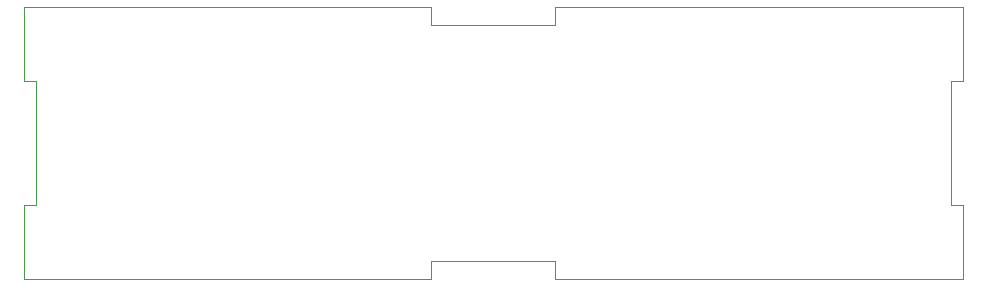
<source format=gm1>
G04 #@! TF.GenerationSoftware,KiCad,Pcbnew,(5.1.10)-1*
G04 #@! TF.CreationDate,2021-10-05T02:57:27+03:00*
G04 #@! TF.ProjectId,led_controller_stm8,6c65645f-636f-46e7-9472-6f6c6c65725f,rev?*
G04 #@! TF.SameCoordinates,Original*
G04 #@! TF.FileFunction,Profile,NP*
%FSLAX46Y46*%
G04 Gerber Fmt 4.6, Leading zero omitted, Abs format (unit mm)*
G04 Created by KiCad (PCBNEW (5.1.10)-1) date 2021-10-05 02:57:27*
%MOMM*%
%LPD*%
G01*
G04 APERTURE LIST*
G04 #@! TA.AperFunction,Profile*
%ADD10C,0.050000*%
G04 #@! TD*
G04 APERTURE END LIST*
D10*
X202500000Y-70250000D02*
X202500000Y-59750000D01*
X203500000Y-70250000D02*
X202500000Y-70250000D01*
X203500000Y-76500000D02*
X203500000Y-70250000D01*
X203500000Y-59750000D02*
X202500000Y-59750000D01*
X203500000Y-53500000D02*
X203500000Y-59750000D01*
X125000000Y-70250000D02*
X125000000Y-59750000D01*
X124000000Y-70250000D02*
X125000000Y-70250000D01*
X124000000Y-76500000D02*
X124000000Y-70250000D01*
X124000000Y-59750000D02*
X125000000Y-59750000D01*
X124000000Y-53500000D02*
X124000000Y-59750000D01*
X169000000Y-76500000D02*
X203500000Y-76500000D01*
X169000000Y-75000000D02*
X169000000Y-76500000D01*
X158500000Y-75000000D02*
X169000000Y-75000000D01*
X158500000Y-76500000D02*
X158500000Y-75000000D01*
X124000000Y-76500000D02*
X158500000Y-76500000D01*
X169000000Y-55000000D02*
X169000000Y-53500000D01*
X158500000Y-55000000D02*
X169000000Y-55000000D01*
X158500000Y-53500000D02*
X158500000Y-55000000D01*
X124000000Y-53500000D02*
X158500000Y-53500000D01*
X203500000Y-53500000D02*
X169000000Y-53500000D01*
M02*

</source>
